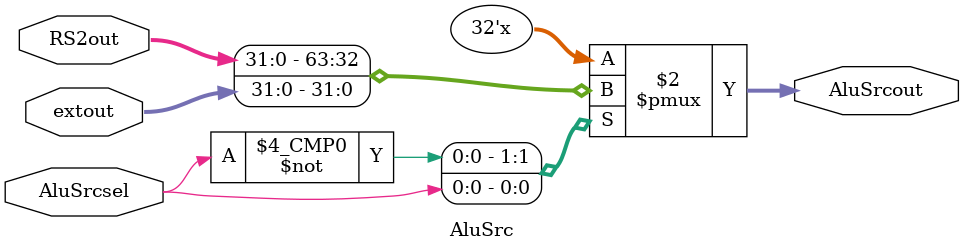
<source format=v>
module MemToReg (MemToRegsel,ALUout,DMout,PC_add_4,extout,MemToRegout);//where the muxSel from?
    input [1:0]    MemToRegsel;
    input [31:0]   ALUout,DMout,PC_add_4,extout;
    output [31:0]  MemToRegout;
    reg [31:0]     MemToRegout;
    always@(MemToRegsel or ALUout or DMout or PC_add_4 or extout ) 
    begin
        case(MemToRegsel)
            2'b00: MemToRegout <= ALUout;
            2'b01: MemToRegout <= DMout;
            2'b10: MemToRegout <= PC_add_4;
            2'b11: MemToRegout <= extout;
        endcase
    end
endmodule

//RegDst U_RegDst(RegDstsel,RT,RD,RegDstout);//判断写入的寄存器是rt还是rd
module RegDst (RegDstsel,RT,RD,RegDstout);
    input [1:0]     RegDstsel;
    input [4:0]     RT,RD;
    output [4:0]    RegDstout;
    reg [4:0]       RegDstout;
    always@(RegDstsel or RT or RD   ) 
    begin
        case(RegDstsel)
            2'b00: RegDstout <= RT;//rt
            2'b01: RegDstout <= RD;//rd
            2'b10: RegDstout <= 'h1f;
        endcase
    end
endmodule

//AluSrc U_AluSrc(AluSrcsel,RS2out,extout,AluSrcout);  //判断data2是imm还是rbout
module AluSrc (AluSrcsel,RS2out,extout,AluSrcout);    //it's deserted
    input  AluSrcsel;
    input [31:0] RS2out,extout;
    output [31:0] AluSrcout;
    reg [31:0] AluSrcout;
    always@(AluSrcsel or RS2out or extout ) 
    begin
        case(AluSrcsel)
            1'b0: AluSrcout <= RS2out;//????1?0???
            1'b1: AluSrcout <= extout;
        endcase
    end
endmodule
</source>
